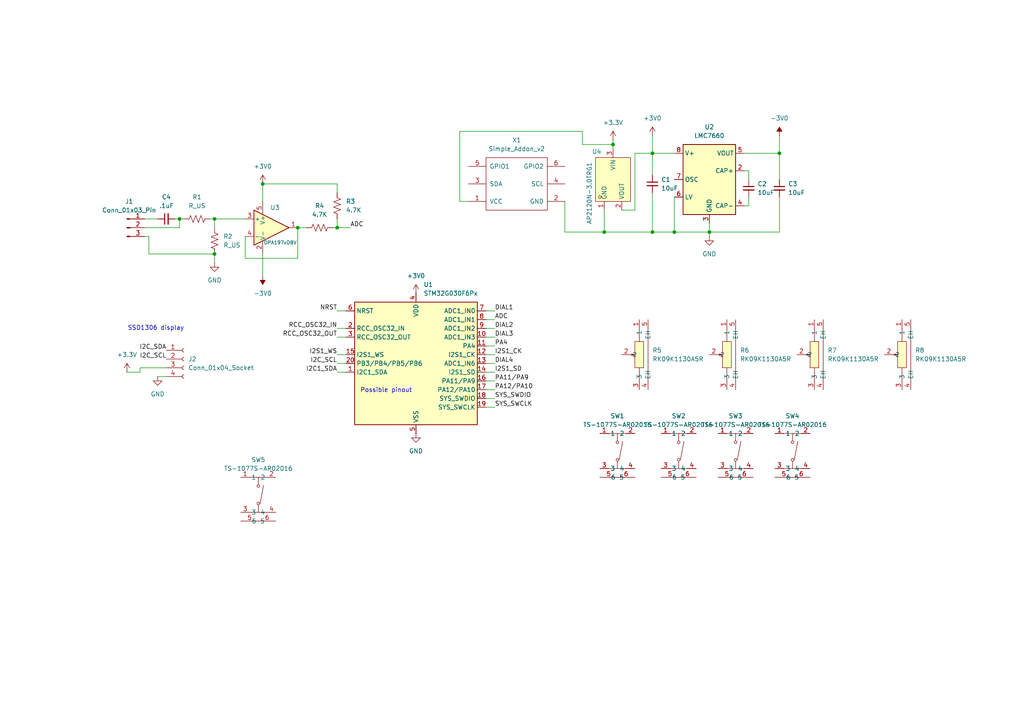
<source format=kicad_sch>
(kicad_sch (version 20231120) (generator "eeschema") (generator_version "8.0")
  (paper "A4")
  (lib_symbols
    (symbol "Amplifier_Operational:OPA197xDBV" (pin_names (offset 0.127))
      (property "Reference" "U" (at -1.27 6.35 0))
      (property "Value" "OPA197xDBV" (at -1.27 3.81 0))
      (symbol "OPA197xDBV_0_1"
        (polyline (pts (xy -5.08 5.08) (xy 5.08 0) (xy -5.08 -5.08) (xy -5.08 5.08)) (stroke (width 0.254)) (fill (type background)))
        (pin power_in line (at -2.54 -7.62 90) (length 3.81) (name "V-") (number "2"))
        (pin power_in line (at -2.54 7.62 270) (length 3.81) (name "V+") (number "5"))
      )
      (symbol "OPA197xDBV_1_1"
        (pin output line (at 7.62 0 180) (length 2.54) (name "~") (number "1"))
        (pin input line (at -7.62 2.54 0) (length 2.54) (name "+") (number "3"))
        (pin input line (at -7.62 -2.54 0) (length 2.54) (name "-") (number "4"))
      )
    )
    (symbol "Connector:Conn_01x03_Pin" (pin_names (offset 1.016) hide)
      (property "Reference" "J" (at 0 5.08 0))
      (property "Value" "Conn_01x03_Pin" (at 0 -5.08 0))
      (symbol "Conn_01x03_Pin_1_1"
        (polyline (pts (xy 1.27 -2.54) (xy 0.8636 -2.54)) (stroke (width 0.1524)))
        (polyline (pts (xy 1.27 0) (xy 0.8636 0)) (stroke (width 0.1524)))
        (polyline (pts (xy 1.27 2.54) (xy 0.8636 2.54)) (stroke (width 0.1524)))
        (rectangle (start 0.8636 -2.413) (end 0 -2.667) (stroke (width 0.1524)) (fill (type outline)))
        (rectangle (start 0.8636 0.127) (end 0 -0.127) (stroke (width 0.1524)) (fill (type outline)))
        (rectangle (start 0.8636 2.667) (end 0 2.413) (stroke (width 0.1524)) (fill (type outline)))
        (pin passive line (at 5.08 2.54 180) (length 3.81) (name "Pin_1") (number "1"))
        (pin passive line (at 5.08 0 180) (length 3.81) (name "Pin_2") (number "2"))
        (pin passive line (at 5.08 -2.54 180) (length 3.81) (name "Pin_3") (number "3"))
      )
    )
    (symbol "Connector:Conn_01x04_Socket" (pin_names (offset 1.016) hide)
      (property "Reference" "J" (at 0 5.08 0))
      (property "Value" "Conn_01x04_Socket" (at 0 -7.62 0))
      (symbol "Conn_01x04_Socket_1_1"
        (arc (start 0 -4.572) (mid -0.5058 -5.08) (end 0 -5.588) (stroke (width 0.1524)))
        (arc (start 0 -2.032) (mid -0.5058 -2.54) (end 0 -3.048) (stroke (width 0.1524)))
        (polyline (pts (xy -1.27 -5.08) (xy -0.508 -5.08)) (stroke (width 0.1524)))
        (polyline (pts (xy -1.27 -2.54) (xy -0.508 -2.54)) (stroke (width 0.1524)))
        (polyline (pts (xy -1.27 0) (xy -0.508 0)) (stroke (width 0.1524)))
        (polyline (pts (xy -1.27 2.54) (xy -0.508 2.54)) (stroke (width 0.1524)))
        (arc (start 0 0.508) (mid -0.5058 0) (end 0 -0.508) (stroke (width 0.1524)))
        (arc (start 0 3.048) (mid -0.5058 2.54) (end 0 2.032) (stroke (width 0.1524)))
        (pin passive line (at -5.08 2.54 0) (length 3.81) (name "Pin_1") (number "1"))
        (pin passive line (at -5.08 0 0) (length 3.81) (name "Pin_2") (number "2"))
        (pin passive line (at -5.08 -2.54 0) (length 3.81) (name "Pin_3") (number "3"))
        (pin passive line (at -5.08 -5.08 0) (length 3.81) (name "Pin_4") (number "4"))
      )
    )
    (symbol "Device:C_Small" (pin_numbers hide) (pin_names (offset 0.254) hide)
      (property "Reference" "C" (at 0.254 1.778 0))
      (property "Value" "C_Small" (at 0.254 -2.032 0))
      (symbol "C_Small_0_1"
        (polyline (pts (xy -1.524 -0.508) (xy 1.524 -0.508)) (stroke (width 0.3302)))
        (polyline (pts (xy -1.524 0.508) (xy 1.524 0.508)) (stroke (width 0.3048)))
      )
      (symbol "C_Small_1_1"
        (pin passive line (at 0 2.54 270) (length 2.032) (name "~") (number "1"))
        (pin passive line (at 0 -2.54 90) (length 2.032) (name "~") (number "2"))
      )
    )
    (symbol "Device:R_US" (pin_numbers hide) (pin_names (offset 0))
      (property "Reference" "R" (at 2.54 0 90))
      (property "Value" "R_US" (at -2.54 0 90))
      (symbol "R_US_0_1"
        (polyline (pts (xy 0 -2.286) (xy 0 -2.54)))
        (polyline (pts (xy 0 2.286) (xy 0 2.54)))
        (polyline (pts (xy 0 -0.762) (xy 1.016 -1.143) (xy 0 -1.524) (xy -1.016 -1.905) (xy 0 -2.286)))
        (polyline (pts (xy 0 0.762) (xy 1.016 0.381) (xy 0 0) (xy -1.016 -0.381) (xy 0 -0.762)))
        (polyline (pts (xy 0 2.286) (xy 1.016 1.905) (xy 0 1.524) (xy -1.016 1.143) (xy 0 0.762)))
      )
      (symbol "R_US_1_1"
        (pin passive line (at 0 3.81 270) (length 1.27) (name "~") (number "1"))
        (pin passive line (at 0 -3.81 90) (length 1.27) (name "~") (number "2"))
      )
    )
    (symbol "MCU_ST_STM32G0:STM32G030F6Px"
      (property "Reference" "U" (at -17.78 19.05 0))
      (property "Value" "STM32G030F6Px" (at 2.54 19.05 0))
      (symbol "STM32G030F6Px_0_1"
        (rectangle (start -17.78 -17.78) (end 17.78 17.78) (stroke (width 0.254)) (fill (type background)))
      )
      (symbol "STM32G030F6Px_1_1"
        (pin bidirectional line (at -20.32 -2.54 0) (length 2.54) (name "PB7/PB8") (number "1") (alternate "I2C1_SDA" bidirectional line))
        (pin bidirectional line (at 20.32 7.62 180) (length 2.54) (name "PA3") (number "10") (alternate "ADC1_IN3" bidirectional line))
        (pin bidirectional line (at 20.32 5.08 180) (length 2.54) (name "PA4") (number "11") (alternate "I2S1_WS" bidirectional line))
        (pin bidirectional line (at 20.32 2.54 180) (length 2.54) (name "PA5") (number "12") (alternate "I2S1_CK" bidirectional line))
        (pin bidirectional line (at 20.32 0 180) (length 2.54) (name "PA6") (number "13") (alternate "ADC1_IN6" bidirectional line))
        (pin bidirectional line (at 20.32 -2.54 180) (length 2.54) (name "PA7") (number "14") (alternate "I2S1_SD" bidirectional line))
        (pin bidirectional line (at -20.32 2.54 0) (length 2.54) (name "PB0/PB1/PB2/PA8") (number "15") (alternate "I2S1_WS" bidirectional line))
        (pin bidirectional line (at 20.32 -5.08 180) (length 2.54) (name "PA11/PA9") (number "16"))
        (pin bidirectional line (at 20.32 -7.62 180) (length 2.54) (name "PA12/PA10") (number "17") (alternate "I2S1_SD" bidirectional line))
        (pin bidirectional line (at 20.32 -10.16 180) (length 2.54) (name "PA13") (number "18") (alternate "SYS_SWDIO" bidirectional line))
        (pin bidirectional line (at 20.32 -12.7 180) (length 2.54) (name "PA14/PA15") (number "19") (alternate "SYS_SWCLK" bidirectional line))
        (pin bidirectional line (at -20.32 10.16 0) (length 2.54) (name "PC14/PB9") (number "2") (alternate "RCC_OSC32_IN" bidirectional line))
        (pin bidirectional line (at -20.32 0 0) (length 2.54) (name "PB3/PB4/PB5/PB6") (number "20") (alternate "I2S1_CK" bidirectional line))
        (pin bidirectional line (at -20.32 7.62 0) (length 2.54) (name "PC15") (number "3") (alternate "RCC_OSC32_OUT" bidirectional line))
        (pin power_in line (at 0 20.32 270) (length 2.54) (name "VDD") (number "4"))
        (pin power_in line (at 0 -20.32 90) (length 2.54) (name "VSS") (number "5"))
        (pin input line (at -20.32 15.24 0) (length 2.54) (name "NRST") (number "6"))
        (pin bidirectional line (at 20.32 15.24 180) (length 2.54) (name "PA0") (number "7") (alternate "ADC1_IN0" bidirectional line))
        (pin bidirectional line (at 20.32 12.7 180) (length 2.54) (name "PA1") (number "8") (alternate "ADC1_IN1" bidirectional line) (alternate "I2S1_CK" bidirectional line))
        (pin bidirectional line (at 20.32 10.16 180) (length 2.54) (name "PA2") (number "9") (alternate "ADC1_IN2" bidirectional line) (alternate "I2S1_SD" bidirectional line))
      )
    )
    (symbol "Regulator_SwitchedCapacitor:LMC7660"
      (property "Reference" "U" (at -6.604 11.43 0))
      (property "Value" "LMC7660" (at 0 11.43 0))
      (symbol "LMC7660_0_1"
        (rectangle (start -7.62 10.16) (end 7.62 -10.16) (stroke (width 0.254)) (fill (type background)))
      )
      (symbol "LMC7660_1_1"
        (pin no_connect line (at -7.62 5.08 0) (length 2.54) hide (name "NC") (number "1"))
        (pin input line (at 10.16 2.54 180) (length 2.54) (name "CAP+") (number "2"))
        (pin power_in line (at 0 -12.7 90) (length 2.54) (name "GND") (number "3"))
        (pin input line (at 10.16 -7.62 180) (length 2.54) (name "CAP-") (number "4"))
        (pin power_out line (at 10.16 7.62 180) (length 2.54) (name "VOUT") (number "5"))
        (pin input line (at -10.16 -5.08 0) (length 2.54) (name "LV") (number "6"))
        (pin input line (at -10.16 0 0) (length 2.54) (name "OSC") (number "7"))
        (pin power_in line (at -10.16 7.62 0) (length 2.54) (name "V+") (number "8"))
      )
    )
    (symbol "Simple_Addon_v2:Simple_Addon_v2" (pin_names (offset 1.016))
      (property "Reference" "X" (at 0 0 0))
      (property "Value" "Simple_Addon_v2" (at 0 20.32 0))
      (symbol "Simple_Addon_v2_0_1"
        (rectangle (start -7.62 8.89) (end 7.62 -8.89))
      )
      (symbol "Simple_Addon_v2_1_1"
        (pin input line (at -5.08 13.97 270) (length 5.08) (name "VCC") (number "1"))
        (pin input line (at -5.08 -13.97 90) (length 5.08) (name "GND") (number "2"))
        (pin input line (at 0 13.97 270) (length 5.08) (name "SDA") (number "3"))
        (pin input line (at 0 -13.97 90) (length 5.08) (name "SCL") (number "4"))
        (pin input line (at 5.08 13.97 270) (length 5.08) (name "GPIO1") (number "5"))
        (pin input line (at 5.08 -13.97 90) (length 5.08) (name "GPIO2") (number "6"))
      )
    )
    (symbol "easyeda2kicad:AP2120N-3.0TRG1"
      (property "Reference" "U" (at 0 7.62 0))
      (property "Value" "AP2120N-3.0TRG1" (at 0 -7.62 0))
      (symbol "AP2120N-3.0TRG1_0_1"
        (rectangle (start -5.08 5.08) (end 7.62 -5.08) (fill (type background)))
        (circle (center -3.81 3.81) (radius 0.38))
        (pin unspecified line (at -7.62 2.54 0) (length 2.54) (name "GND") (number "1"))
        (pin unspecified line (at -7.62 -2.54 0) (length 2.54) (name "VOUT") (number "2"))
        (pin unspecified line (at 10.16 0 180) (length 2.54) (name "VIN") (number "3"))
      )
    )
    (symbol "easyeda2kicad:RK09K1130A5R"
      (property "Reference" "R" (at 0 10.16 0))
      (property "Value" "RK09K1130A5R" (at 0 -7.62 0))
      (symbol "RK09K1130A5R_0_1"
        (rectangle (start -3.81 1.27) (end 3.81 -1.27) (fill (type background)))
        (polyline (pts (xy -7.62 -2.54) (xy 7.62 -2.54)))
        (polyline (pts (xy -3.81 0) (xy -7.62 0)))
        (polyline (pts (xy 0 1.27) (xy -0.25 2.29)))
        (polyline (pts (xy 3.81 0) (xy 7.62 0)))
        (polyline (pts (xy 0 2.54) (xy 0 2.54) (xy 0 1.27) (xy 0.25 2.29)))
        (pin unspecified line (at 10.16 0 180) (length 2.54) (name "1") (number "1"))
        (pin unspecified line (at 0 5.08 270) (length 2.54) (name "2") (number "2"))
        (pin unspecified line (at -10.16 0 0) (length 2.54) (name "3") (number "3"))
        (pin unspecified line (at -10.16 -2.54 0) (length 2.54) (name "EH") (number "4"))
        (pin unspecified line (at 10.16 -2.54 180) (length 2.54) (name "EH") (number "5"))
      )
    )
    (symbol "easyeda2kicad:TS-1077S-AR02016"
      (property "Reference" "SW" (at 0 10.16 0))
      (property "Value" "TS-1077S-AR02016" (at 0 -12.7 0))
      (symbol "TS-1077S-AR02016_0_1"
        (circle (center 0 -2.54) (radius 0.38))
        (polyline (pts (xy -2.54 5.08) (xy 2.54 5.08)))
        (polyline (pts (xy 0 -5.08) (xy 0 -3.05)))
        (polyline (pts (xy 0 5.08) (xy 0 3.05)))
        (polyline (pts (xy 2.54 -5.08) (xy -2.54 -5.08)))
        (polyline (pts (xy 0.51 -2.54) (xy 1.52 2.79) (xy 1.52 2.79)))
        (circle (center 0 2.54) (radius 0.38))
        (pin unspecified line (at -5.08 5.08 0) (length 2.54) (name "1") (number "1"))
        (pin unspecified line (at 5.08 5.08 180) (length 2.54) (name "2") (number "2"))
        (pin unspecified line (at -5.08 -5.08 0) (length 2.54) (name "3") (number "3"))
        (pin unspecified line (at 5.08 -5.08 180) (length 2.54) (name "4") (number "4"))
        (pin unspecified line (at -5.08 -7.62 0) (length 5.08) (name "5") (number "5"))
        (pin unspecified line (at 5.08 -7.62 180) (length 5.08) (name "6") (number "6"))
      )
    )
    (symbol "power:+3.3V" (power) (pin_numbers hide) (pin_names (offset 0) hide)
      (property "Value" "+3.3V" (at 0 3.556 0))
      (symbol "+3.3V_0_1"
        (polyline (pts (xy -0.762 1.27) (xy 0 2.54)))
        (polyline (pts (xy 0 0) (xy 0 2.54)))
        (polyline (pts (xy 0 2.54) (xy 0.762 1.27)))
      )
      (symbol "+3.3V_1_1"
        (pin power_in line (at 0 0 90) (length 0) (name "~") (number "1"))
      )
    )
    (symbol "power:+3V0" (power) (pin_numbers hide) (pin_names (offset 0) hide)
      (property "Value" "+3V0" (at 0 3.556 0))
      (symbol "+3V0_0_1"
        (polyline (pts (xy -0.762 1.27) (xy 0 2.54)))
        (polyline (pts (xy 0 0) (xy 0 2.54)))
        (polyline (pts (xy 0 2.54) (xy 0.762 1.27)))
      )
      (symbol "+3V0_1_1"
        (pin power_in line (at 0 0 90) (length 0) (name "~") (number "1"))
      )
    )
    (symbol "power:-3V3" (power) (pin_numbers hide) (pin_names (offset 0) hide)
      (property "Value" "-3V3" (at 0 3.556 0))
      (symbol "-3V3_0_0"
        (pin power_in line (at 0 0 90) (length 0) (name "~") (number "1"))
      )
      (symbol "-3V3_0_1"
        (polyline (pts (xy 0 0) (xy 0 1.27) (xy 0.762 1.27) (xy 0 2.54) (xy -0.762 1.27) (xy 0 1.27)) (fill (type outline)))
      )
    )
    (symbol "power:GND" (power) (pin_numbers hide) (pin_names (offset 0) hide)
      (property "Value" "GND" (at 0 -3.81 0))
      (symbol "GND_0_1"
        (polyline (pts (xy 0 0) (xy 0 -1.27) (xy 1.27 -1.27) (xy 0 -2.54) (xy -1.27 -1.27) (xy 0 -1.27)))
      )
      (symbol "GND_1_1"
        (pin power_in line (at 0 0 270) (length 0) (name "~") (number "1"))
      )
    )
  )
  (junction (at 175.26 67.31))
  (junction (at 205.74 67.31))
  (junction (at 52.07 63.5))
  (junction (at 62.23 73.66))
  (junction (at 189.23 44.45))
  (junction (at 86.36 66.04))
  (junction (at 195.58 67.31))
  (junction (at 226.06 44.45))
  (junction (at 189.23 67.31))
  (junction (at 76.2 53.34))
  (junction (at 62.23 63.5))
  (junction (at 97.79 66.04))
  (junction (at 177.8 41.91))
  (wire (pts (xy 43.18 73.66) (xy 43.18 68.58)))
  (wire (pts (xy 143.51 100.33) (xy 140.97 100.33)))
  (wire (pts (xy 76.2 73.66) (xy 76.2 80.01)))
  (wire (pts (xy 62.23 63.5) (xy 71.12 63.5)))
  (wire (pts (xy 97.79 53.34) (xy 97.79 55.88)))
  (wire (pts (xy 177.8 41.91) (xy 177.8 43.18)))
  (wire (pts (xy 71.12 74.93) (xy 86.36 74.93)))
  (wire (pts (xy 226.06 52.07) (xy 226.06 44.45)))
  (wire (pts (xy 97.79 102.87) (xy 100.33 102.87)))
  (wire (pts (xy 143.51 107.95) (xy 140.97 107.95)))
  (wire (pts (xy 143.51 115.57) (xy 140.97 115.57)))
  (wire (pts (xy 97.79 66.04) (xy 101.6 66.04)))
  (wire (pts (xy 226.06 39.37) (xy 226.06 44.45)))
  (wire (pts (xy 205.74 68.58) (xy 205.74 67.31)))
  (wire (pts (xy 195.58 57.15) (xy 195.58 67.31)))
  (wire (pts (xy 76.2 53.34) (xy 76.2 58.42)))
  (wire (pts (xy 71.12 68.58) (xy 71.12 74.93)))
  (wire (pts (xy 41.91 66.04) (xy 52.07 66.04)))
  (wire (pts (xy 40.64 106.68) (xy 40.64 107.95)))
  (wire (pts (xy 86.36 66.04) (xy 88.9 66.04)))
  (wire (pts (xy 97.79 97.79) (xy 100.33 97.79)))
  (wire (pts (xy 41.91 63.5) (xy 45.72 63.5)))
  (wire (pts (xy 50.8 63.5) (xy 52.07 63.5)))
  (wire (pts (xy 184.15 60.96) (xy 184.15 44.45)))
  (wire (pts (xy 97.79 90.17) (xy 100.33 90.17)))
  (wire (pts (xy 45.72 109.22) (xy 48.26 109.22)))
  (wire (pts (xy 217.17 57.15) (xy 217.17 59.69)))
  (wire (pts (xy 189.23 67.31) (xy 195.58 67.31)))
  (wire (pts (xy 143.51 105.41) (xy 140.97 105.41)))
  (wire (pts (xy 217.17 49.53) (xy 215.9 49.53)))
  (wire (pts (xy 143.51 92.71) (xy 140.97 92.71)))
  (wire (pts (xy 97.79 107.95) (xy 100.33 107.95)))
  (wire (pts (xy 43.18 73.66) (xy 62.23 73.66)))
  (wire (pts (xy 226.06 44.45) (xy 215.9 44.45)))
  (wire (pts (xy 143.51 118.11) (xy 140.97 118.11)))
  (wire (pts (xy 226.06 67.31) (xy 205.74 67.31)))
  (wire (pts (xy 168.91 41.91) (xy 177.8 41.91)))
  (wire (pts (xy 76.2 53.34) (xy 97.79 53.34)))
  (wire (pts (xy 62.23 73.66) (xy 62.23 76.2)))
  (wire (pts (xy 189.23 44.45) (xy 195.58 44.45)))
  (wire (pts (xy 175.26 60.96) (xy 175.26 67.31)))
  (wire (pts (xy 177.8 40.64) (xy 177.8 41.91)))
  (wire (pts (xy 53.34 63.5) (xy 52.07 63.5)))
  (wire (pts (xy 143.51 95.25) (xy 140.97 95.25)))
  (wire (pts (xy 226.06 57.15) (xy 226.06 67.31)))
  (wire (pts (xy 184.15 44.45) (xy 189.23 44.45)))
  (wire (pts (xy 143.51 90.17) (xy 140.97 90.17)))
  (wire (pts (xy 97.79 66.04) (xy 96.52 66.04)))
  (wire (pts (xy 97.79 95.25) (xy 100.33 95.25)))
  (wire (pts (xy 189.23 55.88) (xy 189.23 67.31)))
  (wire (pts (xy 86.36 74.93) (xy 86.36 66.04)))
  (wire (pts (xy 97.79 105.41) (xy 100.33 105.41)))
  (wire (pts (xy 163.83 67.31) (xy 175.26 67.31)))
  (wire (pts (xy 40.64 107.95) (xy 36.83 107.95)))
  (wire (pts (xy 180.34 60.96) (xy 184.15 60.96)))
  (wire (pts (xy 135.89 58.42) (xy 133.35 58.42)))
  (wire (pts (xy 62.23 63.5) (xy 62.23 66.04)))
  (wire (pts (xy 143.51 110.49) (xy 140.97 110.49)))
  (wire (pts (xy 133.35 58.42) (xy 133.35 38.1)))
  (wire (pts (xy 143.51 113.03) (xy 140.97 113.03)))
  (wire (pts (xy 52.07 66.04) (xy 52.07 63.5)))
  (wire (pts (xy 163.83 58.42) (xy 163.83 67.31)))
  (wire (pts (xy 43.18 68.58) (xy 41.91 68.58)))
  (wire (pts (xy 189.23 44.45) (xy 189.23 39.37)))
  (wire (pts (xy 97.79 63.5) (xy 97.79 66.04)))
  (wire (pts (xy 217.17 52.07) (xy 217.17 49.53)))
  (wire (pts (xy 168.91 38.1) (xy 168.91 41.91)))
  (wire (pts (xy 143.51 97.79) (xy 140.97 97.79)))
  (wire (pts (xy 175.26 67.31) (xy 189.23 67.31)))
  (wire (pts (xy 40.64 106.68) (xy 48.26 106.68)))
  (wire (pts (xy 60.96 63.5) (xy 62.23 63.5)))
  (wire (pts (xy 217.17 59.69) (xy 215.9 59.69)))
  (wire (pts (xy 189.23 50.8) (xy 189.23 44.45)))
  (wire (pts (xy 205.74 67.31) (xy 205.74 64.77)))
  (wire (pts (xy 143.51 102.87) (xy 140.97 102.87)))
  (wire (pts (xy 195.58 67.31) (xy 205.74 67.31)))
  (wire (pts (xy 133.35 38.1) (xy 168.91 38.1)))
  (image (at 111.76 118.11) (scale 0.051952))
  (text "SSD1306 display" (at 45.212 95.25 0) (effects (font (size 1.27 1.27))))
  (text "Possible pinout" (at 112.014 113.284 0) (effects (font (size 1.27 1.27))))
  (label "I2C_SCL" (at 97.79 105.41 180))
  (label "PA11/PA9" (at 143.51 110.49 0))
  (label "ADC" (at 101.6 66.04 0))
  (label "I2S1_SD" (at 143.51 107.95 0))
  (label "DIAL3" (at 143.51 97.79 0))
  (label "ADC" (at 143.51 92.71 0))
  (label "I2S1_CK" (at 143.51 102.87 0))
  (label "SYS_SWDIO" (at 143.51 115.57 0))
  (label "RCC_OSC32_OUT" (at 97.79 97.79 180))
  (label "PA12/PA10" (at 143.51 113.03 0))
  (label "I2S1_WS" (at 97.79 102.87 180))
  (label "DIAL4" (at 143.51 105.41 0))
  (label "PA4" (at 143.51 100.33 0))
  (label "I2C1_SDA" (at 97.79 107.95 180))
  (label "DIAL1" (at 143.51 90.17 0))
  (label "SYS_SWCLK" (at 143.51 118.11 0))
  (label "DIAL2" (at 143.51 95.25 0))
  (label "I2C_SDA" (at 48.26 101.6 180))
  (label "RCC_OSC32_IN" (at 97.79 95.25 180))
  (label "NRST" (at 97.79 90.17 180))
  (label "I2C_SCL" (at 48.26 104.14 180))
  (symbol (lib_id "easyeda2kicad:AP2120N-3.0TRG1") (at 177.8 53.34 90) (unit 1)
    (property "Reference" "U4" (at 171.704 43.942 90) (effects (justify right)))
    (property "Value" "AP2120N-3.0TRG1" (at 170.942 46.99 0) (effects (justify right)))
    (property "Footprint" "easyeda2kicad:SOT-23-3_L2.9-W1.3-P1.90-LS2.4-BR" (effects (hide yes)))
    (property "Datasheet" "https://lcsc.com/product-detail/presales_Diodes-Incorporated-AP2120N-3-0TRG1_C460318.html" (effects (hide yes)))
    (property "LCSC Part" "C460318" (effects (hide yes)))
  )
  (symbol (lib_id "power:GND") (at 205.74 68.58 0) (unit 1)
    (property "Reference" "#PWR01" (effects (hide yes)))
    (property "Value" "GND" (at 205.74 73.66 0))
    (property "Description" "Power symbol creates a global label with name \"GND\" , ground" (effects (hide yes)))
  )
  (symbol (lib_id "power:GND") (at 62.23 76.2 0) (unit 1)
    (property "Reference" "#PWR07" (effects (hide yes)))
    (property "Value" "GND" (at 62.23 81.28 0))
    (property "Description" "Power symbol creates a global label with name \"GND\" , ground" (effects (hide yes)))
  )
  (symbol (lib_id "easyeda2kicad:TS-1077S-AR02016") (at 196.85 130.81 0) (unit 1)
    (property "Reference" "SW2" (at 196.85 120.65 0))
    (property "Value" "TS-1077S-AR02016" (at 196.85 123.19 0))
    (property "Footprint" "easyeda2kicad:KEY-SMD_4P-L3.1-W3.1-P2.00-LS4.0" (effects (hide yes)))
    (property "Datasheet" "https://lcsc.com/product-detail/Tactile-Switches_XUNPU-TS-1077S-AR02016_C720462.html" (effects (hide yes)))
    (property "LCSC Part" "C720462" (effects (hide yes)))
  )
  (symbol (lib_id "MCU_ST_STM32G0:STM32G030F6Px") (at 120.65 105.41 0) (unit 1)
    (property "Reference" "U1" (at 122.8441 82.55 0) (effects (justify left)))
    (property "Value" "STM32G030F6Px" (at 122.8441 85.09 0) (effects (justify left)))
    (property "Footprint" "Package_SO:TSSOP-20_4.4x6.5mm_P0.65mm" (effects (hide yes)))
    (property "Datasheet" "https://www.st.com/resource/en/datasheet/stm32g030f6.pdf" (effects (hide yes)))
    (property "Description" "STMicroelectronics Arm Cortex-M0+ MCU, 32KB flash, 8KB RAM, 64 MHz, 2.0-3.6V, 17 GPIO, TSSOP20" (effects (hide yes)))
    (pin "1" (alternate "I2C1_SDA"))
    (pin "14" (alternate "I2S1_SD"))
    (pin "15" (alternate "I2S1_WS"))
    (pin "12" (alternate "I2S1_CK"))
    (pin "3" (alternate "RCC_OSC32_OUT"))
    (pin "18" (alternate "SYS_SWDIO"))
    (pin "19" (alternate "SYS_SWCLK"))
    (pin "2" (alternate "RCC_OSC32_IN"))
    (pin "10" (alternate "ADC1_IN3"))
    (pin "7" (alternate "ADC1_IN0"))
    (pin "8" (alternate "ADC1_IN1"))
    (pin "9" (alternate "ADC1_IN2"))
    (pin "13" (alternate "ADC1_IN6"))
  )
  (symbol (lib_id "Device:C_Small") (at 226.06 54.61 0) (unit 1)
    (property "Reference" "C3" (at 228.6 53.3462 0) (effects (justify left)))
    (property "Value" "10uF" (at 228.6 55.8862 0) (effects (justify left)))
    (property "Description" "Unpolarized capacitor, small symbol" (effects (hide yes)))
  )
  (symbol (lib_id "Device:R_US") (at 57.15 63.5 90) (unit 1)
    (property "Reference" "R1" (at 57.15 57.15 90))
    (property "Value" "R_US" (at 57.15 59.69 90))
    (property "Description" "Resistor, US symbol" (effects (hide yes)))
  )
  (symbol (lib_id "power:-3V3") (at 76.2 80.01 180) (unit 1)
    (property "Reference" "#PWR06" (effects (hide yes)))
    (property "Value" "-3V0" (at 76.2 85.09 0))
    (property "Description" "Power symbol creates a global label with name \"-3V3\"" (effects (hide yes)))
  )
  (symbol (lib_id "power:+3.3V") (at 36.83 107.95 0) (unit 1)
    (property "Reference" "#PWR011" (effects (hide yes)))
    (property "Value" "+3.3V" (at 36.83 102.87 0))
    (property "Description" "Power symbol creates a global label with name \"+3.3V\"" (effects (hide yes)))
  )
  (symbol (lib_id "power:GND") (at 45.72 109.22 0) (unit 1)
    (property "Reference" "#PWR010" (effects (hide yes)))
    (property "Value" "GND" (at 45.72 114.3 0))
    (property "Description" "Power symbol creates a global label with name \"GND\" , ground" (effects (hide yes)))
  )
  (symbol (lib_id "power:GND") (at 120.65 125.73 0) (unit 1)
    (property "Reference" "#PWR08" (effects (hide yes)))
    (property "Value" "GND" (at 120.65 130.81 0))
    (property "Description" "Power symbol creates a global label with name \"GND\" , ground" (effects (hide yes)))
  )
  (symbol (lib_id "power:+3V0") (at 76.2 53.34 0) (unit 1)
    (property "Reference" "#PWR05" (effects (hide yes)))
    (property "Value" "+3V0" (at 76.2 48.26 0))
    (property "Description" "Power symbol creates a global label with name \"+3V0\"" (effects (hide yes)))
  )
  (symbol (lib_id "Device:R_US") (at 97.79 59.69 180) (unit 1)
    (property "Reference" "R3" (at 100.33 58.4199 0) (effects (justify right)))
    (property "Value" "4.7K" (at 100.33 60.9599 0) (effects (justify right)))
    (property "Description" "Resistor, US symbol" (effects (hide yes)))
  )
  (symbol (lib_id "Amplifier_Operational:OPA197xDBV") (at 78.74 66.04 0) (unit 1)
    (property "Reference" "U3" (at 79.756 60.198 0))
    (property "Value" "OPA197xDBV" (at 81.28 70.358 0) (effects (font (size 1 1))))
    (property "Footprint" "Package_TO_SOT_SMD:SOT-23-5" (effects (hide yes)))
    (property "Datasheet" "http://www.ti.com/lit/ds/symlink/opa197.pdf" (effects (hide yes)))
    (property "Description" "Single 36V, Precision, Rail-to-Rail Input/Output, Low Offset Voltage, Operational Amplifier, SOT-23" (effects (hide yes)))
  )
  (symbol (lib_id "Connector:Conn_01x04_Socket") (at 53.34 104.14 0) (unit 1)
    (property "Reference" "J2" (at 54.61 104.1399 0) (effects (justify left)))
    (property "Value" "Conn_01x04_Socket" (at 54.61 106.6799 0) (effects (justify left)))
    (property "Footprint" "bens eagle parts:ssd1306_module" (effects (hide yes)))
    (property "Description" "Generic connector, single row, 01x04, script generated" (effects (hide yes)))
  )
  (symbol (lib_id "easyeda2kicad:TS-1077S-AR02016") (at 213.36 130.81 0) (unit 1)
    (property "Reference" "SW3" (at 213.36 120.65 0))
    (property "Value" "TS-1077S-AR02016" (at 213.36 123.19 0))
    (property "Footprint" "easyeda2kicad:KEY-SMD_4P-L3.1-W3.1-P2.00-LS4.0" (effects (hide yes)))
    (property "Datasheet" "https://lcsc.com/product-detail/Tactile-Switches_XUNPU-TS-1077S-AR02016_C720462.html" (effects (hide yes)))
    (property "LCSC Part" "C720462" (effects (hide yes)))
  )
  (symbol (lib_id "Device:C_Small") (at 189.23 53.34 0) (unit 1)
    (property "Reference" "C1" (at 191.77 52.0762 0) (effects (justify left)))
    (property "Value" "10uF" (at 191.77 54.6162 0) (effects (justify left)))
    (property "Description" "Unpolarized capacitor, small symbol" (effects (hide yes)))
  )
  (symbol (lib_id "Device:C_Small") (at 48.26 63.5 90) (unit 1)
    (property "Reference" "C4" (at 48.2663 57.15 90))
    (property "Value" ".1uF" (at 48.2663 59.69 90))
    (property "Description" "Unpolarized capacitor, small symbol" (effects (hide yes)))
  )
  (symbol (lib_id "easyeda2kicad:TS-1077S-AR02016") (at 74.93 143.51 0) (unit 1)
    (property "Reference" "SW5" (at 74.93 133.35 0))
    (property "Value" "TS-1077S-AR02016" (at 74.93 135.89 0))
    (property "Footprint" "easyeda2kicad:KEY-SMD_4P-L3.1-W3.1-P2.00-LS4.0" (effects (hide yes)))
    (property "Datasheet" "https://lcsc.com/product-detail/Tactile-Switches_XUNPU-TS-1077S-AR02016_C720462.html" (effects (hide yes)))
    (property "LCSC Part" "C720462" (effects (hide yes)))
  )
  (symbol (lib_id "easyeda2kicad:TS-1077S-AR02016") (at 179.07 130.81 0) (unit 1)
    (property "Reference" "SW1" (at 179.07 120.65 0))
    (property "Value" "TS-1077S-AR02016" (at 179.07 123.19 0))
    (property "Footprint" "easyeda2kicad:KEY-SMD_4P-L3.1-W3.1-P2.00-LS4.0" (effects (hide yes)))
    (property "Datasheet" "https://lcsc.com/product-detail/Tactile-Switches_XUNPU-TS-1077S-AR02016_C720462.html" (effects (hide yes)))
    (property "LCSC Part" "C720462" (effects (hide yes)))
  )
  (symbol (lib_id "Device:C_Small") (at 217.17 54.61 0) (unit 1)
    (property "Reference" "C2" (at 219.71 53.3462 0) (effects (justify left)))
    (property "Value" "10uF" (at 219.71 55.8862 0) (effects (justify left)))
    (property "Description" "Unpolarized capacitor, small symbol" (effects (hide yes)))
  )
  (symbol (lib_id "Device:R_US") (at 62.23 69.85 0) (unit 1)
    (property "Reference" "R2" (at 64.77 68.5799 0) (effects (justify left)))
    (property "Value" "R_US" (at 64.77 71.1199 0) (effects (justify left)))
    (property "Description" "Resistor, US symbol" (effects (hide yes)))
  )
  (symbol (lib_id "Simple_Addon_v2:Simple_Addon_v2") (at 149.86 53.34 90) (unit 1)
    (property "Reference" "X1" (at 149.86 40.64 90))
    (property "Value" "Simple_Addon_v2" (at 149.86 43.18 90))
    (property "Footprint" "Simple_Addon_v2:Simple_Addon_v2-SAO-2x3" (effects (hide yes)))
  )
  (symbol (lib_id "power:+3V0") (at 120.65 85.09 0) (unit 1)
    (property "Reference" "#PWR09" (effects (hide yes)))
    (property "Value" "+3V0" (at 120.65 80.01 0))
    (property "Description" "Power symbol creates a global label with name \"+3V0\"" (effects (hide yes)))
  )
  (symbol (lib_id "Device:R_US") (at 92.71 66.04 90) (unit 1)
    (property "Reference" "R4" (at 92.71 59.69 90))
    (property "Value" "4.7K" (at 92.71 62.23 90))
    (property "Description" "Resistor, US symbol" (effects (hide yes)))
  )
  (symbol (lib_id "easyeda2kicad:RK09K1130A5R") (at 185.42 102.87 90) (unit 1)
    (property "Reference" "R5" (at 189.23 101.5999 90) (effects (justify right)))
    (property "Value" "RK09K1130A5R" (at 189.23 104.1399 90) (effects (justify right)))
    (property "Footprint" "easyeda2kicad:RES-ADJ-TH_RK09K1130A5R" (effects (hide yes)))
    (property "Datasheet" "https://lcsc.com/product-detail/Potentiometers-Variable-Resistors_ALPS_RK09K1130A5R_RK09K1130A5R_C209779.html" (effects (hide yes)))
    (property "LCSC Part" "C209779" (effects (hide yes)))
  )
  (symbol (lib_id "easyeda2kicad:RK09K1130A5R") (at 210.82 102.87 90) (unit 1)
    (property "Reference" "R6" (at 214.63 101.5999 90) (effects (justify right)))
    (property "Value" "RK09K1130A5R" (at 214.63 104.1399 90) (effects (justify right)))
    (property "Footprint" "easyeda2kicad:RES-ADJ-TH_RK09K1130A5R" (effects (hide yes)))
    (property "Datasheet" "https://lcsc.com/product-detail/Potentiometers-Variable-Resistors_ALPS_RK09K1130A5R_RK09K1130A5R_C209779.html" (effects (hide yes)))
    (property "LCSC Part" "C209779" (effects (hide yes)))
  )
  (symbol (lib_id "power:+3V0") (at 189.23 39.37 0) (unit 1)
    (property "Reference" "#PWR02" (effects (hide yes)))
    (property "Value" "+3V0" (at 189.23 34.29 0))
    (property "Description" "Power symbol creates a global label with name \"+3V0\"" (effects (hide yes)))
  )
  (symbol (lib_id "easyeda2kicad:RK09K1130A5R") (at 236.22 102.87 90) (unit 1)
    (property "Reference" "R7" (at 240.03 101.5999 90) (effects (justify right)))
    (property "Value" "RK09K1130A5R" (at 240.03 104.1399 90) (effects (justify right)))
    (property "Footprint" "easyeda2kicad:RES-ADJ-TH_RK09K1130A5R" (effects (hide yes)))
    (property "Datasheet" "https://lcsc.com/product-detail/Potentiometers-Variable-Resistors_ALPS_RK09K1130A5R_RK09K1130A5R_C209779.html" (effects (hide yes)))
    (property "LCSC Part" "C209779" (effects (hide yes)))
  )
  (symbol (lib_id "Regulator_SwitchedCapacitor:LMC7660") (at 205.74 52.07 0) (unit 1)
    (property "Reference" "U2" (at 205.74 36.83 0))
    (property "Value" "LMC7660" (at 205.74 39.37 0))
    (property "Footprint" "Package_SO:SOP-8_3.9x4.9mm_P1.27mm" (effects (hide yes)))
    (property "Datasheet" "http://www.ti.com/lit/ds/symlink/lmc7660.pdf" (effects (hide yes)))
    (property "Description" "Voltage converter from +1.5V to +10V to +1.5V to +10V, SO-8/DIP-8" (effects (hide yes)))
  )
  (symbol (lib_id "Connector:Conn_01x03_Pin") (at 36.83 66.04 0) (unit 1)
    (property "Reference" "J1" (at 37.465 58.42 0))
    (property "Value" "Conn_01x03_Pin" (at 37.465 60.96 0))
    (property "Footprint" "Connector_PinHeader_2.54mm:PinHeader_1x03_P2.54mm_Vertical" (effects (hide yes)))
    (property "Description" "Generic connector, single row, 01x03, script generated" (effects (hide yes)))
  )
  (symbol (lib_id "power:+3.3V") (at 177.8 40.64 0) (unit 1)
    (property "Reference" "#PWR04" (effects (hide yes)))
    (property "Value" "+3.3V" (at 177.8 35.56 0))
    (property "Description" "Power symbol creates a global label with name \"+3.3V\"" (effects (hide yes)))
  )
  (symbol (lib_id "power:-3V3") (at 226.06 39.37 0) (unit 1)
    (property "Reference" "#PWR03" (effects (hide yes)))
    (property "Value" "-3V0" (at 226.06 34.29 0))
    (property "Description" "Power symbol creates a global label with name \"-3V3\"" (effects (hide yes)))
  )
  (symbol (lib_id "easyeda2kicad:TS-1077S-AR02016") (at 229.87 130.81 0) (unit 1)
    (property "Reference" "SW4" (at 229.87 120.65 0))
    (property "Value" "TS-1077S-AR02016" (at 229.87 123.19 0))
    (property "Footprint" "easyeda2kicad:KEY-SMD_4P-L3.1-W3.1-P2.00-LS4.0" (effects (hide yes)))
    (property "Datasheet" "https://lcsc.com/product-detail/Tactile-Switches_XUNPU-TS-1077S-AR02016_C720462.html" (effects (hide yes)))
    (property "LCSC Part" "C720462" (effects (hide yes)))
  )
  (symbol (lib_id "easyeda2kicad:RK09K1130A5R") (at 261.62 102.87 90) (unit 1)
    (property "Reference" "R8" (at 265.43 101.5999 90) (effects (justify right)))
    (property "Value" "RK09K1130A5R" (at 265.43 104.1399 90) (effects (justify right)))
    (property "Footprint" "easyeda2kicad:RES-ADJ-TH_RK09K1130A5R" (effects (hide yes)))
    (property "Datasheet" "https://lcsc.com/product-detail/Potentiometers-Variable-Resistors_ALPS_RK09K1130A5R_RK09K1130A5R_C209779.html" (effects (hide yes)))
    (property "LCSC Part" "C209779" (effects (hide yes)))
  )
)
</source>
